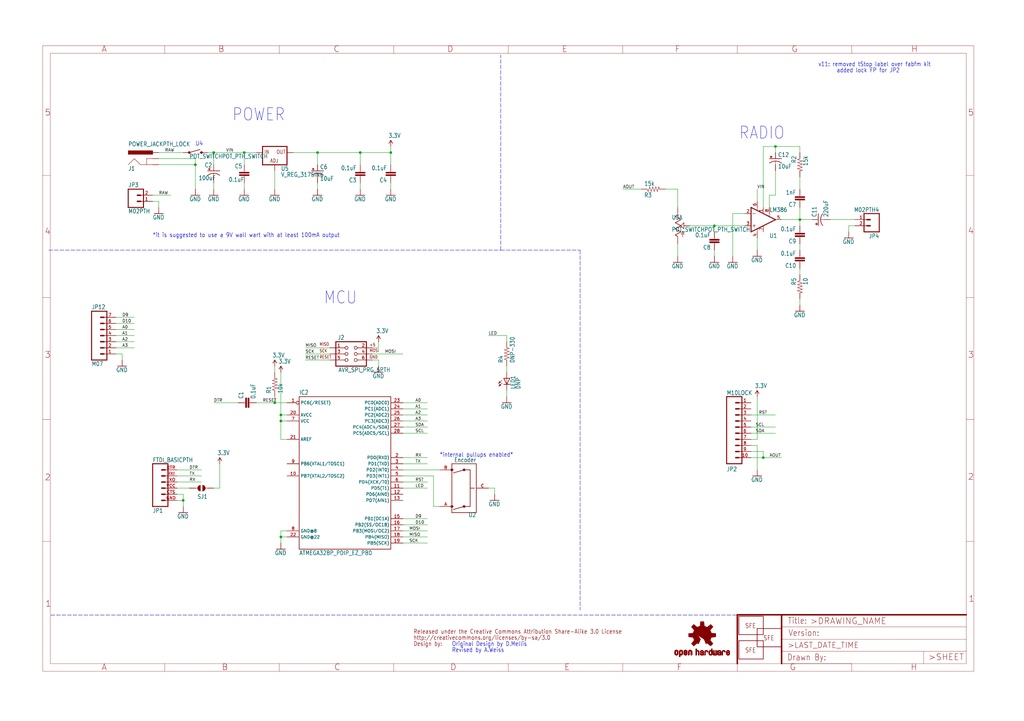
<source format=kicad_sch>
(kicad_sch (version 20211123) (generator eeschema)
  (paper "User" 425.958 300.025)
  (lib_symbols
    (symbol "eagleSchem-eagle-import:3.3V" (power)
      (property "Value" "3.3V" (at -1.016 3.556 0))
      (symbol "3.3V_1_0"
        (pin power_in line (at 0 0 90) (length 2.54) (name "3.3V") (number "1"))
      )
    )
    (symbol "eagleSchem-eagle-import:ATMEGA328P_PDIP_EZ_PB0"
      (property "Reference" "U" (at -17.78 31.242 0))
      (property "Value" "ATMEGA328P_PDIP_EZ_PB0" (at -17.78 -35.56 0))
      (symbol "ATMEGA328P_PDIP_EZ_PB0_1_0"
        (pin bidirectional inverted (at -22.86 27.94 0) (length 5.08) (name "PC6(/RESET)") (number "1"))
        (pin bidirectional line (at -22.86 -2.54 0) (length 5.08) (name "PB7(XTAL2/TOSC2)") (number "10"))
        (pin bidirectional line (at 25.4 -7.62 180) (length 5.08) (name "PD5(T1)") (number "11"))
        (pin bidirectional line (at 25.4 -10.16 180) (length 5.08) (name "PD6(AIN0)") (number "12"))
        (pin bidirectional line (at 25.4 -12.7 180) (length 5.08) (name "PD7(AIN1)") (number "13"))
        (pin bidirectional line (at 25.4 -20.32 180) (length 5.08) (name "PB1(OC1A)") (number "15"))
        (pin bidirectional line (at 25.4 -22.86 180) (length 5.08) (name "PB2(SS/OC1B)") (number "16"))
        (pin bidirectional line (at 25.4 -25.4 180) (length 5.08) (name "PB3(MOSI/OC2)") (number "17"))
        (pin bidirectional line (at 25.4 -27.94 180) (length 5.08) (name "PB4(MISO)") (number "18"))
        (pin bidirectional line (at 25.4 -30.48 180) (length 5.08) (name "PB5(SCK)") (number "19"))
        (pin bidirectional line (at 25.4 5.08 180) (length 5.08) (name "PD0(RXD)") (number "2"))
        (pin bidirectional line (at -22.86 22.86 0) (length 5.08) (name "AVCC") (number "20"))
        (pin bidirectional line (at -22.86 12.7 0) (length 5.08) (name "AREF") (number "21"))
        (pin bidirectional line (at -22.86 -27.94 0) (length 5.08) (name "GND@22") (number "22"))
        (pin bidirectional line (at 25.4 27.94 180) (length 5.08) (name "PC0(ADC0)") (number "23"))
        (pin bidirectional line (at 25.4 25.4 180) (length 5.08) (name "PC1(ADC1)") (number "24"))
        (pin bidirectional line (at 25.4 22.86 180) (length 5.08) (name "PC2(ADC2)") (number "25"))
        (pin bidirectional line (at 25.4 20.32 180) (length 5.08) (name "PC3(ADC3)") (number "26"))
        (pin bidirectional line (at 25.4 17.78 180) (length 5.08) (name "PC4(ADC4/SDA)") (number "27"))
        (pin bidirectional line (at 25.4 15.24 180) (length 5.08) (name "PC5(ADC5/SCL)") (number "28"))
        (pin bidirectional line (at 25.4 2.54 180) (length 5.08) (name "PD1(TXD)") (number "3"))
        (pin bidirectional line (at 25.4 0 180) (length 5.08) (name "PD2(INT0)") (number "4"))
        (pin bidirectional line (at 25.4 -2.54 180) (length 5.08) (name "PD3(INT1)") (number "5"))
        (pin bidirectional line (at 25.4 -5.08 180) (length 5.08) (name "PD4(XCK/T0)") (number "6"))
        (pin bidirectional line (at -22.86 20.32 0) (length 5.08) (name "VCC") (number "7"))
        (pin bidirectional line (at -22.86 -25.4 0) (length 5.08) (name "GND@8") (number "8"))
        (pin bidirectional line (at -22.86 2.54 0) (length 5.08) (name "PB6(XTAL1/TOSC1)") (number "9"))
      )
    )
    (symbol "eagleSchem-eagle-import:AVR_SPI_PRG_6PTH"
      (property "Reference" "J" (at -4.318 5.842 0))
      (property "Value" "AVR_SPI_PRG_6PTH" (at -4.064 -7.62 0))
      (symbol "AVR_SPI_PRG_6PTH_1_0"
        (text "+5" (at 8.89 3.048 0) (effects (font (size 1.27 1.0795)) (justify left bottom)))
        (text "GND" (at 8.89 -2.032 0) (effects (font (size 1.27 1.0795)) (justify left bottom)))
        (text "MISO" (at -11.938 3.302 0) (effects (font (size 1.27 1.0795)) (justify left bottom)))
        (text "MOSI" (at 8.89 0.635 0) (effects (font (size 1.27 1.0795)) (justify left bottom)))
        (text "RESET" (at -11.938 -2.032 0) (effects (font (size 1.27 1.0795)) (justify left bottom)))
        (text "SCK" (at -11.938 0.508 0) (effects (font (size 1.27 1.0795)) (justify left bottom)))
        (pin passive inverted (at -7.62 2.54 0) (length 7.62) (name "1") (number "1"))
        (pin passive inverted (at 10.16 2.54 180) (length 7.62) (name "2") (number "2"))
        (pin passive inverted (at -7.62 0 0) (length 7.62) (name "3") (number "3"))
        (pin passive inverted (at 10.16 0 180) (length 7.62) (name "4") (number "4"))
        (pin passive inverted (at -7.62 -2.54 0) (length 7.62) (name "5") (number "5"))
        (pin passive inverted (at 10.16 -2.54 180) (length 7.62) (name "6") (number "6"))
      )
    )
    (symbol "eagleSchem-eagle-import:CAPKIT"
      (property "Reference" "C" (at 1.524 2.921 0))
      (property "Value" "CAPKIT" (at 1.524 -2.159 0))
      (symbol "CAPKIT_1_0"
        (pin passive line (at 0 5.08 270) (length 2.54) (name "1") (number "1"))
        (pin passive line (at 0 -2.54 90) (length 2.54) (name "2") (number "2"))
      )
    )
    (symbol "eagleSchem-eagle-import:CAP_POLPTH1"
      (property "Reference" "C" (at 1.016 0.635 0))
      (property "Value" "CAP_POLPTH1" (at 1.016 -4.191 0))
      (symbol "CAP_POLPTH1_1_0"
        (pin passive line (at 0 2.54 270) (length 2.54) (name "+") (number "1"))
        (pin passive line (at 0 -5.08 90) (length 2.54) (name "-") (number "2"))
      )
    )
    (symbol "eagleSchem-eagle-import:CAP_POLPTH2"
      (property "Reference" "C" (at 1.016 0.635 0))
      (property "Value" "CAP_POLPTH2" (at 1.016 -4.191 0))
      (symbol "CAP_POLPTH2_1_0"
        (pin passive line (at 0 2.54 270) (length 2.54) (name "+") (number "1"))
        (pin passive line (at 0 -5.08 90) (length 2.54) (name "-") (number "2"))
      )
    )
    (symbol "eagleSchem-eagle-import:CREATIVE_COMMONS"
      (symbol "CREATIVE_COMMONS_1_0"
        (text "Design by:" (at 0 0 0) (effects (font (size 1.778 1.5113)) (justify left bottom)))
        (text "http://creativecommons.org/licenses/by-sa/3.0" (at 0 2.54 0) (effects (font (size 1.778 1.5113)) (justify left bottom)))
        (text "Released under the Creative Commons Attribution Share-Alike 3.0 License" (at 0 5.08 0) (effects (font (size 1.778 1.5113)) (justify left bottom)))
      )
    )
    (symbol "eagleSchem-eagle-import:ENCODER-QUADRATURE"
      (property "Reference" "U" (at -5.08 10.16 0))
      (property "Value" "ENCODER-QUADRATURE" (at -5.08 -12.7 0))
      (symbol "ENCODER-QUADRATURE_1_0"
        (pin bidirectional line (at 10.16 7.62 180) (length 5.08) (name "A") (number "A"))
        (pin bidirectional line (at 10.16 -7.62 180) (length 5.08) (name "B") (number "B"))
        (pin bidirectional line (at -10.16 0 0) (length 5.08) (name "C") (number "C"))
      )
    )
    (symbol "eagleSchem-eagle-import:FRAME-A3"
      (symbol "FRAME-A3_1_0"
        (text "1" (at 1.016 26.67 0) (effects (font (size 2.54 2.54)) (justify left bottom)))
        (text "1" (at 385.064 28.702 0) (effects (font (size 2.54 2.54)) (justify left bottom)))
        (text "2" (at 0.762 79.248 0) (effects (font (size 2.54 2.54)) (justify left bottom)))
        (text "2" (at 384.81 79.502 0) (effects (font (size 2.54 2.54)) (justify left bottom)))
        (text "3" (at 0.762 130.302 0) (effects (font (size 2.54 2.54)) (justify left bottom)))
        (text "3" (at 384.81 130.302 0) (effects (font (size 2.54 2.54)) (justify left bottom)))
        (text "4" (at 0.762 181.61 0) (effects (font (size 2.54 2.54)) (justify left bottom)))
        (text "4" (at 384.81 181.864 0) (effects (font (size 2.54 2.54)) (justify left bottom)))
        (text "5" (at 0.762 231.14 0) (effects (font (size 2.54 2.54)) (justify left bottom)))
        (text "5" (at 384.81 231.14 0) (effects (font (size 2.54 2.54)) (justify left bottom)))
        (text ">DRAWING_NAME" (at 319.151 19.431 0) (effects (font (size 2.54 2.54)) (justify left bottom)))
        (text ">LAST_DATE_TIME" (at 309.753 9.525 0) (effects (font (size 2.286 2.286)) (justify left bottom)))
        (text ">SHEET" (at 368.3 4.445 0) (effects (font (size 2.54 2.54)) (justify left bottom)))
        (text "A" (at 24.384 0.254 0) (effects (font (size 2.54 2.54)) (justify left bottom)))
        (text "A" (at 24.384 257.556 0) (effects (font (size 2.54 2.54)) (justify left bottom)))
        (text "B" (at 72.898 257.556 0) (effects (font (size 2.54 2.54)) (justify left bottom)))
        (text "B" (at 74.422 0.254 0) (effects (font (size 2.54 2.54)) (justify left bottom)))
        (text "C" (at 120.904 257.556 0) (effects (font (size 2.54 2.54)) (justify left bottom)))
        (text "C" (at 121.158 0.254 0) (effects (font (size 2.54 2.54)) (justify left bottom)))
        (text "D" (at 168.148 257.556 0) (effects (font (size 2.54 2.54)) (justify left bottom)))
        (text "D" (at 169.418 0.254 0) (effects (font (size 2.54 2.54)) (justify left bottom)))
        (text "Drawn By:" (at 309.626 4.318 0) (effects (font (size 2.54 2.159)) (justify left bottom)))
        (text "E" (at 215.9 257.556 0) (effects (font (size 2.54 2.54)) (justify left bottom)))
        (text "E" (at 216.916 0.254 0) (effects (font (size 2.54 2.54)) (justify left bottom)))
        (text "F" (at 262.89 257.556 0) (effects (font (size 2.54 2.54)) (justify left bottom)))
        (text "F" (at 263.652 0.254 0) (effects (font (size 2.54 2.54)) (justify left bottom)))
        (text "G" (at 310.642 0.254 0) (effects (font (size 2.54 2.54)) (justify left bottom)))
        (text "G" (at 311.404 257.556 0) (effects (font (size 2.54 2.54)) (justify left bottom)))
        (text "H" (at 360.934 0.254 0) (effects (font (size 2.54 2.54)) (justify left bottom)))
        (text "H" (at 361.188 257.556 0) (effects (font (size 2.54 2.54)) (justify left bottom)))
        (text "Title:" (at 309.88 19.558 0) (effects (font (size 2.54 2.159)) (justify left bottom)))
        (text "Version:" (at 310.134 14.478 0) (effects (font (size 2.54 2.159)) (justify left bottom)))
      )
    )
    (symbol "eagleSchem-eagle-import:FTDI_BASICPTH"
      (property "Reference" "JP" (at -5.08 10.922 0))
      (property "Value" "FTDI_BASICPTH" (at -5.08 -10.16 0))
      (symbol "FTDI_BASICPTH_1_0"
        (pin passive line (at 5.08 5.08 180) (length 5.08) (name "5") (number "CTS"))
        (pin passive line (at 5.08 -5.08 180) (length 5.08) (name "1") (number "DTR"))
        (pin passive line (at 5.08 7.62 180) (length 5.08) (name "6") (number "GND"))
        (pin passive line (at 5.08 -2.54 180) (length 5.08) (name "2") (number "RXI"))
        (pin passive line (at 5.08 0 180) (length 5.08) (name "3") (number "TXO"))
        (pin passive line (at 5.08 2.54 180) (length 5.08) (name "4") (number "VCC"))
      )
    )
    (symbol "eagleSchem-eagle-import:GND" (power)
      (property "Value" "GND" (at -2.54 -2.54 0))
      (symbol "GND_1_0"
        (pin power_in line (at 0 2.54 270) (length 2.54) (name "GND") (number "1"))
      )
    )
    (symbol "eagleSchem-eagle-import:LED3MM"
      (property "Reference" "LED" (at 3.556 -4.572 90))
      (property "Value" "LED3MM" (at 5.715 -4.572 90))
      (symbol "LED3MM_1_0"
        (pin passive line (at 0 2.54 270) (length 2.54) (name "A") (number "A"))
        (pin passive line (at 0 -5.08 90) (length 2.54) (name "C") (number "K"))
      )
    )
    (symbol "eagleSchem-eagle-import:LM386"
      (property "Reference" "U" (at 5.08 -5.715 0))
      (property "Value" "LM386" (at 5.08 5.08 0))
      (symbol "LM386_1_0"
        (pin bidirectional line (at 2.54 5.08 270) (length 2.54) (name "GAIN@1") (number "1"))
        (pin input line (at -5.08 2.54 0) (length 2.54) (name "-IN") (number "2"))
        (pin input line (at -5.08 -2.54 0) (length 2.54) (name "+IN") (number "3"))
        (pin power_in line (at 0 -7.62 90) (length 2.54) (name "V-") (number "4"))
        (pin output line (at 10.16 0 180) (length 2.54) (name "OUT") (number "5"))
        (pin power_in line (at 0 7.62 270) (length 2.54) (name "V+") (number "6"))
        (pin bidirectional line (at 2.54 -5.08 90) (length 2.54) (name "BP") (number "7"))
        (pin bidirectional line (at 5.08 5.08 270) (length 2.54) (name "GAIN@8") (number "8"))
      )
    )
    (symbol "eagleSchem-eagle-import:LOGO-SFENEW"
      (symbol "LOGO-SFENEW_1_0"
        (text "SFE" (at 0 0 0) (effects (font (size 1.9304 1.6408)) (justify left bottom)))
      )
    )
    (symbol "eagleSchem-eagle-import:LOGO-SFESK"
      (symbol "LOGO-SFESK_1_0"
        (text "SFE" (at 0 0 0) (effects (font (size 1.9304 1.6408)) (justify left bottom)))
      )
    )
    (symbol "eagleSchem-eagle-import:M02PTH"
      (property "Reference" "JP" (at -2.54 5.842 0))
      (property "Value" "M02PTH" (at -2.54 -5.08 0))
      (symbol "M02PTH_1_0"
        (pin passive line (at 7.62 0 180) (length 5.08) (name "1") (number "1"))
        (pin passive line (at 7.62 2.54 180) (length 5.08) (name "2") (number "2"))
      )
    )
    (symbol "eagleSchem-eagle-import:M02PTH4"
      (property "Reference" "JP" (at -2.54 5.842 0))
      (property "Value" "M02PTH4" (at -2.54 -5.08 0))
      (symbol "M02PTH4_1_0"
        (pin passive line (at 7.62 0 180) (length 5.08) (name "1") (number "1"))
        (pin passive line (at 7.62 2.54 180) (length 5.08) (name "2") (number "2"))
      )
    )
    (symbol "eagleSchem-eagle-import:M07"
      (property "Reference" "JP" (at -5.08 13.462 0))
      (property "Value" "M07" (at -5.08 -10.16 0))
      (symbol "M07_1_0"
        (pin passive line (at 5.08 -5.08 180) (length 5.08) (name "1") (number "1"))
        (pin passive line (at 5.08 -2.54 180) (length 5.08) (name "2") (number "2"))
        (pin passive line (at 5.08 0 180) (length 5.08) (name "3") (number "3"))
        (pin passive line (at 5.08 2.54 180) (length 5.08) (name "4") (number "4"))
        (pin passive line (at 5.08 5.08 180) (length 5.08) (name "5") (number "5"))
        (pin passive line (at 5.08 7.62 180) (length 5.08) (name "6") (number "6"))
        (pin passive line (at 5.08 10.16 180) (length 5.08) (name "7") (number "7"))
      )
    )
    (symbol "eagleSchem-eagle-import:M10LOCK"
      (property "Reference" "JP" (at 0 8.89 0))
      (property "Value" "M10LOCK" (at 0 -22.86 0))
      (symbol "M10LOCK_1_0"
        (pin passive line (at 10.16 -17.78 180) (length 5.08) (name "1") (number "1"))
        (pin passive line (at 10.16 5.08 180) (length 5.08) (name "10") (number "10"))
        (pin passive line (at 10.16 -15.24 180) (length 5.08) (name "2") (number "2"))
        (pin passive line (at 10.16 -12.7 180) (length 5.08) (name "3") (number "3"))
        (pin passive line (at 10.16 -10.16 180) (length 5.08) (name "4") (number "4"))
        (pin passive line (at 10.16 -7.62 180) (length 5.08) (name "5") (number "5"))
        (pin passive line (at 10.16 -5.08 180) (length 5.08) (name "6") (number "6"))
        (pin passive line (at 10.16 -2.54 180) (length 5.08) (name "7") (number "7"))
        (pin passive line (at 10.16 0 180) (length 5.08) (name "8") (number "8"))
        (pin passive line (at 10.16 2.54 180) (length 5.08) (name "9") (number "9"))
      )
    )
    (symbol "eagleSchem-eagle-import:OSHW-LOGOS")
    (symbol "eagleSchem-eagle-import:POT_SWITCHPOT_PTH_SWITCH"
      (property "Reference" "U" (at -2.54 2.54 0))
      (property "Value" "POT_SWITCHPOT_PTH_SWITCH" (at -2.54 -2.54 0))
      (symbol "POT_SWITCHPOT_PTH_SWITCH_1_0"
        (pin passive line (at 0 -7.62 90) (length 2.54) (name "A") (number "1"))
        (pin passive line (at 5.08 0 180) (length 2.54) (name "S") (number "2"))
        (pin passive line (at 0 7.62 270) (length 2.54) (name "E") (number "3"))
      )
      (symbol "POT_SWITCHPOT_PTH_SWITCH_2_0"
        (pin passive line (at -5.08 0 0) (length 2.54) (name "1") (number "S1"))
        (pin passive line (at 5.08 0 180) (length 2.54) (name "2") (number "S2"))
      )
    )
    (symbol "eagleSchem-eagle-import:POWER_JACKPTH_LOCK"
      (property "Reference" "J" (at -10.16 0 0))
      (property "Value" "POWER_JACKPTH_LOCK" (at -10.16 10.16 0))
      (symbol "POWER_JACKPTH_LOCK_1_0"
        (pin bidirectional line (at 2.54 2.54 180) (length 2.54) (name "GND") (number "GND"))
        (pin bidirectional line (at 2.54 5.08 180) (length 2.54) (name "GNDBREAK") (number "GNDBREAK"))
        (pin bidirectional line (at 2.54 7.62 180) (length 2.54) (name "PWR") (number "PWR"))
      )
    )
    (symbol "eagleSchem-eagle-import:RESISTORPTH-1{slash}4W"
      (property "Reference" "R" (at -3.81 1.4986 0))
      (property "Value" "RESISTORPTH-1{slash}4W" (at -3.81 -3.302 0))
      (symbol "RESISTORPTH-1{slash}4W_1_0"
        (pin passive line (at -5.08 0 0) (length 2.54) (name "1") (number "P$1"))
        (pin passive line (at 5.08 0 180) (length 2.54) (name "2") (number "P$2"))
      )
    )
    (symbol "eagleSchem-eagle-import:SOLDERJUMPERNO"
      (property "Reference" "SJ" (at -2.54 2.54 0))
      (property "Value" "SOLDERJUMPERNO" (at -2.54 -5.08 0))
      (symbol "SOLDERJUMPERNO_1_0"
        (pin passive line (at -5.08 0 0) (length 2.54) (name "1") (number "1"))
        (pin passive line (at 5.08 0 180) (length 2.54) (name "2") (number "2"))
      )
    )
    (symbol "eagleSchem-eagle-import:V_REG_317SINK"
      (property "Reference" "U" (at 2.54 -7.62 0))
      (property "Value" "V_REG_317SINK" (at 2.54 -10.16 0))
      (symbol "V_REG_317SINK_1_0"
        (text "ADJ" (at -2.032 -4.318 0) (effects (font (size 1.524 1.2954)) (justify left bottom)))
        (text "IN" (at -4.445 -0.635 0) (effects (font (size 1.524 1.2954)) (justify left bottom)))
        (text "OUT" (at 0.635 -0.635 0) (effects (font (size 1.524 1.2954)) (justify left bottom)))
        (pin input line (at 0 -7.62 90) (length 2.54) (name "ADJ") (number "ADJ"))
        (pin input line (at -7.62 0 0) (length 2.54) (name "IN") (number "IN"))
        (pin output line (at 7.62 0 180) (length 2.54) (name "OUT") (number "OUT"))
      )
    )
  )
  (junction (at 88.9 63.5))
  (junction (at 297.18 93.98))
  (junction (at 76.2 208.28))
  (junction (at 116.84 223.52))
  (junction (at 162.56 63.5))
  (junction (at 132.08 63.5))
  (junction (at 114.3 167.64))
  (junction (at 332.74 91.44))
  (junction (at 317.5 190.5))
  (junction (at 81.28 68.58))
  (junction (at 149.86 63.5))
  (junction (at 116.84 175.26))
  (junction (at 101.6 63.5))
  (junction (at 322.58 60.96))
  (junction (at 116.84 172.72))
  (wire (pts (xy 167.64 177.8) (xy 177.8 177.8)))
  (polyline (pts (xy 208.28 104.14) (xy 208.28 22.86)))
  (wire (pts (xy 88.9 203.2) (xy 91.44 203.2)))
  (wire (pts (xy 297.18 106.68) (xy 297.18 104.14)))
  (wire (pts (xy 88.9 63.5) (xy 101.6 63.5)))
  (wire (pts (xy 167.64 195.58) (xy 182.88 195.58)))
  (wire (pts (xy 73.66 203.2) (xy 78.74 203.2)))
  (wire (pts (xy 119.38 223.52) (xy 116.84 223.52)))
  (wire (pts (xy 48.26 132.08) (xy 55.88 132.08)))
  (wire (pts (xy 167.64 215.9) (xy 177.8 215.9)))
  (wire (pts (xy 66.04 63.5) (xy 76.2 63.5)))
  (wire (pts (xy 162.56 63.5) (xy 162.56 68.58)))
  (wire (pts (xy 312.42 190.5) (xy 317.5 190.5)))
  (wire (pts (xy 99.06 167.64) (xy 88.9 167.64)))
  (wire (pts (xy 325.12 91.44) (xy 332.74 91.44)))
  (wire (pts (xy 149.86 63.5) (xy 162.56 63.5)))
  (wire (pts (xy 48.26 142.24) (xy 55.88 142.24)))
  (wire (pts (xy 322.58 60.96) (xy 332.74 60.96)))
  (wire (pts (xy 353.06 93.98) (xy 353.06 96.52)))
  (wire (pts (xy 314.96 185.42) (xy 314.96 195.58)))
  (wire (pts (xy 73.66 198.12) (xy 83.82 198.12)))
  (wire (pts (xy 322.58 81.28) (xy 320.04 81.28)))
  (wire (pts (xy 312.42 187.96) (xy 317.5 187.96)))
  (wire (pts (xy 167.64 226.06) (xy 177.8 226.06)))
  (wire (pts (xy 167.64 200.66) (xy 177.8 200.66)))
  (wire (pts (xy 167.64 172.72) (xy 177.8 172.72)))
  (wire (pts (xy 81.28 68.58) (xy 81.28 78.74)))
  (wire (pts (xy 101.6 78.74) (xy 101.6 76.2)))
  (wire (pts (xy 116.84 182.88) (xy 116.84 175.26)))
  (wire (pts (xy 210.82 139.7) (xy 203.2 139.7)))
  (wire (pts (xy 106.68 167.64) (xy 114.3 167.64)))
  (wire (pts (xy 132.08 68.58) (xy 132.08 63.5)))
  (polyline (pts (xy 20.32 104.14) (xy 208.28 104.14)))
  (wire (pts (xy 88.9 63.5) (xy 86.36 63.5)))
  (wire (pts (xy 180.34 210.82) (xy 180.34 198.12)))
  (wire (pts (xy 154.94 147.32) (xy 167.64 147.32)))
  (wire (pts (xy 48.26 139.7) (xy 55.88 139.7)))
  (wire (pts (xy 149.86 76.2) (xy 149.86 78.74)))
  (polyline (pts (xy 306.324 256.032) (xy 21.336 256.032)))
  (wire (pts (xy 114.3 154.94) (xy 114.3 152.4)))
  (wire (pts (xy 167.64 223.52) (xy 177.8 223.52)))
  (polyline (pts (xy 208.28 104.14) (xy 241.3 104.14)))
  (wire (pts (xy 73.66 205.74) (xy 76.2 205.74)))
  (wire (pts (xy 312.42 182.88) (xy 314.96 182.88)))
  (wire (pts (xy 137.16 149.86) (xy 127 149.86)))
  (wire (pts (xy 320.04 86.36) (xy 320.04 81.28)))
  (wire (pts (xy 81.28 66.04) (xy 81.28 68.58)))
  (wire (pts (xy 317.5 60.96) (xy 322.58 60.96)))
  (wire (pts (xy 66.04 68.58) (xy 81.28 68.58)))
  (wire (pts (xy 312.42 185.42) (xy 314.96 185.42)))
  (wire (pts (xy 137.16 147.32) (xy 127 147.32)))
  (polyline (pts (xy 241.3 104.14) (xy 241.3 254)))
  (wire (pts (xy 121.92 63.5) (xy 132.08 63.5)))
  (wire (pts (xy 157.48 144.78) (xy 157.48 142.24)))
  (wire (pts (xy 116.84 223.52) (xy 116.84 226.06)))
  (wire (pts (xy 309.88 93.98) (xy 297.18 93.98)))
  (wire (pts (xy 154.94 149.86) (xy 157.48 149.86)))
  (wire (pts (xy 205.74 203.2) (xy 205.74 205.74)))
  (wire (pts (xy 167.64 220.98) (xy 177.8 220.98)))
  (wire (pts (xy 66.04 66.04) (xy 81.28 66.04)))
  (wire (pts (xy 332.74 91.44) (xy 332.74 86.36)))
  (wire (pts (xy 114.3 78.74) (xy 114.3 71.12)))
  (wire (pts (xy 167.64 167.64) (xy 177.8 167.64)))
  (wire (pts (xy 180.34 210.82) (xy 182.88 210.82)))
  (wire (pts (xy 137.16 144.78) (xy 127 144.78)))
  (polyline (pts (xy 21.336 256.032) (xy 21.336 256.286)))
  (wire (pts (xy 88.9 63.5) (xy 88.9 68.58)))
  (wire (pts (xy 317.5 60.96) (xy 317.5 86.36)))
  (wire (pts (xy 332.74 73.66) (xy 332.74 78.74)))
  (wire (pts (xy 167.64 170.18) (xy 177.8 170.18)))
  (wire (pts (xy 114.3 167.64) (xy 119.38 167.64)))
  (wire (pts (xy 50.8 147.32) (xy 50.8 149.86)))
  (wire (pts (xy 317.5 187.96) (xy 317.5 190.5)))
  (wire (pts (xy 116.84 220.98) (xy 116.84 223.52)))
  (wire (pts (xy 167.64 218.44) (xy 177.8 218.44)))
  (wire (pts (xy 332.74 111.76) (xy 332.74 114.3)))
  (wire (pts (xy 66.04 83.82) (xy 66.04 86.36)))
  (wire (pts (xy 297.18 93.98) (xy 287.02 93.98)))
  (wire (pts (xy 132.08 63.5) (xy 149.86 63.5)))
  (wire (pts (xy 210.82 154.94) (xy 210.82 152.4)))
  (wire (pts (xy 114.3 165.1) (xy 114.3 167.64)))
  (wire (pts (xy 63.5 83.82) (xy 66.04 83.82)))
  (wire (pts (xy 116.84 175.26) (xy 116.84 172.72)))
  (wire (pts (xy 119.38 172.72) (xy 116.84 172.72)))
  (wire (pts (xy 88.9 78.74) (xy 88.9 76.2)))
  (wire (pts (xy 73.66 195.58) (xy 83.82 195.58)))
  (wire (pts (xy 210.82 142.24) (xy 210.82 139.7)))
  (wire (pts (xy 317.5 190.5) (xy 325.12 190.5)))
  (wire (pts (xy 210.82 165.1) (xy 210.82 162.56)))
  (wire (pts (xy 119.38 182.88) (xy 116.84 182.88)))
  (wire (pts (xy 91.44 193.04) (xy 91.44 203.2)))
  (wire (pts (xy 167.64 180.34) (xy 177.8 180.34)))
  (wire (pts (xy 314.96 83.82) (xy 314.96 78.74)))
  (wire (pts (xy 332.74 127) (xy 332.74 124.46)))
  (wire (pts (xy 276.86 78.74) (xy 281.94 78.74)))
  (wire (pts (xy 157.48 149.86) (xy 157.48 152.4)))
  (wire (pts (xy 332.74 101.6) (xy 332.74 104.14)))
  (wire (pts (xy 162.56 63.5) (xy 162.56 60.96)))
  (wire (pts (xy 167.64 175.26) (xy 177.8 175.26)))
  (wire (pts (xy 119.38 175.26) (xy 116.84 175.26)))
  (wire (pts (xy 203.2 203.2) (xy 205.74 203.2)))
  (wire (pts (xy 322.58 71.12) (xy 322.58 81.28)))
  (wire (pts (xy 76.2 205.74) (xy 76.2 208.28)))
  (wire (pts (xy 73.66 208.28) (xy 76.2 208.28)))
  (wire (pts (xy 322.58 177.8) (xy 312.42 177.8)))
  (wire (pts (xy 162.56 76.2) (xy 162.56 78.74)))
  (wire (pts (xy 101.6 63.5) (xy 106.68 63.5)))
  (wire (pts (xy 48.26 144.78) (xy 55.88 144.78)))
  (wire (pts (xy 167.64 193.04) (xy 177.8 193.04)))
  (wire (pts (xy 154.94 144.78) (xy 157.48 144.78)))
  (wire (pts (xy 309.88 88.9) (xy 304.8 88.9)))
  (wire (pts (xy 48.26 134.62) (xy 55.88 134.62)))
  (wire (pts (xy 48.26 147.32) (xy 50.8 147.32)))
  (wire (pts (xy 167.64 198.12) (xy 180.34 198.12)))
  (wire (pts (xy 63.5 81.28) (xy 71.12 81.28)))
  (wire (pts (xy 297.18 96.52) (xy 297.18 93.98)))
  (wire (pts (xy 48.26 137.16) (xy 55.88 137.16)))
  (wire (pts (xy 266.7 78.74) (xy 259.08 78.74)))
  (wire (pts (xy 332.74 60.96) (xy 332.74 63.5)))
  (wire (pts (xy 73.66 200.66) (xy 83.82 200.66)))
  (wire (pts (xy 312.42 172.72) (xy 322.58 172.72)))
  (wire (pts (xy 119.38 220.98) (xy 116.84 220.98)))
  (wire (pts (xy 132.08 76.2) (xy 132.08 78.74)))
  (wire (pts (xy 167.64 190.5) (xy 177.8 190.5)))
  (wire (pts (xy 167.64 203.2) (xy 177.8 203.2)))
  (wire (pts (xy 116.84 172.72) (xy 116.84 154.94)))
  (wire (pts (xy 76.2 208.28) (xy 76.2 210.82)))
  (wire (pts (xy 322.58 180.34) (xy 312.42 180.34)))
  (wire (pts (xy 304.8 88.9) (xy 304.8 106.68)))
  (wire (pts (xy 314.96 182.88) (xy 314.96 165.1)))
  (wire (pts (xy 101.6 63.5) (xy 101.6 68.58)))
  (wire (pts (xy 345.44 91.44) (xy 355.6 91.44)))
  (wire (pts (xy 281.94 78.74) (xy 281.94 86.36)))
  (wire (pts (xy 332.74 91.44) (xy 337.82 91.44)))
  (wire (pts (xy 322.58 60.96) (xy 322.58 63.5)))
  (wire (pts (xy 332.74 91.44) (xy 332.74 93.98)))
  (wire (pts (xy 355.6 93.98) (xy 353.06 93.98)))
  (wire (pts (xy 149.86 68.58) (xy 149.86 63.5)))
  (wire (pts (xy 281.94 106.68) (xy 281.94 101.6)))
  (wire (pts (xy 314.96 104.14) (xy 314.96 99.06)))
  (text "POWER" (at 96.52 50.8 180) (effects (font (size 5.08 4.318)) (justify left bottom)))
  (text "MCU" (at 134.62 127 180) (effects (font (size 5.08 4.318)) (justify left bottom)))
  (text "added lock FP for JP2" (at 347.98 30.48 180) (effects (font (size 1.778 1.5113)) (justify left bottom)))
  (text "U4" (at 81.28 60.96 180) (effects (font (size 1.778 1.5113)) (justify left bottom)))
  (text "*internal pullups enabled*" (at 182.88 190.5 180) (effects (font (size 1.778 1.5113)) (justify left bottom)))
  (text "RADIO" (at 307.34 58.42 180) (effects (font (size 5.08 4.318)) (justify left bottom)))
  (text "v11: removed tStop label over fabfm kit" (at 340.36 27.94 180) (effects (font (size 1.778 1.5113)) (justify left bottom)))
  (text "*it is suggested to use a 9V wall wart with at least 100mA output" (at 63.5 99.06 0) (effects (font (size 1.778 1.5113)) (justify left bottom)))
  (text "Revised by A.Weiss" (at 187.96 271.78 180) (effects (font (size 1.778 1.5113)) (justify left bottom)))
  (text "Original Design by D.Mellis" (at 187.96 269.24 180) (effects (font (size 1.778 1.5113)) (justify left bottom)))
  (label "A1" (at 50.8 139.7 0) (effects (font (size 1.2446 1.2446))))
  (label "LED" (at 172.72 203.2 0) (effects (font (size 1.2446 1.2446))))
  (label "SCK" (at 127 147.32 0) (effects (font (size 1.2446 1.2446))))
  (label "AOUT" (at 320.04 190.5 0) (effects (font (size 1.2446 1.2446))))
  (label "SCK" (at 170.18 226.06 0) (effects (font (size 1.2446 1.2446))))
  (label "RAW" (at 66.04 81.28 0) (effects (font (size 1.2446 1.2446))))
  (label "SDA" (at 172.72 177.8 0) (effects (font (size 1.2446 1.2446))))
  (label "D10" (at 50.8 134.62 0) (effects (font (size 1.2446 1.2446))))
  (label "RESET" (at 127 149.86 0) (effects (font (size 1.2446 1.2446))))
  (label "D9" (at 172.72 215.9 0) (effects (font (size 1.2446 1.2446))))
  (label "D9" (at 50.8 132.08 0) (effects (font (size 1.2446 1.2446))))
  (label "MOSI" (at 170.18 220.98 0) (effects (font (size 1.2446 1.2446))))
  (label "A1" (at 172.72 170.18 0) (effects (font (size 1.2446 1.2446))))
  (label "SCL" (at 172.72 180.34 0) (effects (font (size 1.2446 1.2446))))
  (label "A0" (at 172.72 167.64 0) (effects (font (size 1.2446 1.2446))))
  (label "A3" (at 50.8 144.78 0) (effects (font (size 1.2446 1.2446))))
  (label "A0" (at 50.8 137.16 0) (effects (font (size 1.2446 1.2446))))
  (label "TX" (at 172.72 193.04 0) (effects (font (size 1.2446 1.2446))))
  (label "MOSI" (at 160.02 147.32 0) (effects (font (size 1.2446 1.2446))))
  (label "DTR" (at 88.9 167.64 0) (effects (font (size 1.2446 1.2446))))
  (label "RESET" (at 109.22 167.64 0) (effects (font (size 1.2446 1.2446))))
  (label "RX" (at 172.72 190.5 0) (effects (font (size 1.2446 1.2446))))
  (label "RST" (at 315.595 172.72 0) (effects (font (size 1.2446 1.2446))))
  (label "TX" (at 78.74 198.12 0) (effects (font (size 1.2446 1.2446))))
  (label "SDA" (at 314.325 180.34 0) (effects (font (size 1.2446 1.2446))))
  (label "A2" (at 172.72 172.72 0) (effects (font (size 1.2446 1.2446))))
  (label "AOUT" (at 259.08 78.74 0) (effects (font (size 1.2446 1.2446))))
  (label "RX" (at 78.74 200.66 0) (effects (font (size 1.2446 1.2446))))
  (label "SCL" (at 314.325 177.8 0) (effects (font (size 1.2446 1.2446))))
  (label "DTR" (at 78.74 195.58 0) (effects (font (size 1.2446 1.2446))))
  (label "MISO" (at 170.18 223.52 0) (effects (font (size 1.2446 1.2446))))
  (label "VIN" (at 314.96 78.74 0) (effects (font (size 1.2446 1.2446))))
  (label "MISO" (at 127 144.78 0) (effects (font (size 1.2446 1.2446))))
  (label "RST" (at 172.72 200.66 0) (effects (font (size 1.2446 1.2446))))
  (label "RAW" (at 68.58 63.5 0) (effects (font (size 1.2446 1.2446))))
  (label "LED" (at 203.2 139.7 0) (effects (font (size 1.2446 1.2446))))
  (label "D10" (at 172.72 218.44 0) (effects (font (size 1.2446 1.2446))))
  (label "VIN" (at 93.98 63.5 0) (effects (font (size 1.2446 1.2446))))
  (label "A2" (at 50.8 142.24 0) (effects (font (size 1.2446 1.2446))))
  (label "A3" (at 172.72 175.26 0) (effects (font (size 1.2446 1.2446))))
  (symbol (lib_id "eagleSchem-eagle-import:CAPKIT") (at 149.86 71.12 180) (unit 1)
    (property "Reference" "C3" (at 148.336 74.041 0) (effects (font (size 1.778 1.5113)) (justify left bottom)))
    (property "Value" "0.1uF" (at 148.336 68.961 0) (effects (font (size 1.778 1.5113)) (justify left bottom)))
    (property "Footprint" "eagleSchem:CAP-PTH-SMALL-KIT" (effects hide))
  )
  (symbol (lib_id "eagleSchem-eagle-import:GND") (at 297.18 109.22 0) (unit 1)
    (property "Reference" "#GND18" (effects hide))
    (property "Value" "GND" (at 294.64 111.76 0) (effects (font (size 1.778 1.5113)) (justify left bottom)))
    (property "Footprint" "eagleSchem:" (effects hide))
  )
  (symbol (lib_id "eagleSchem-eagle-import:M02PTH") (at 55.88 83.82 0) (unit 1)
    (property "Reference" "JP3" (at 53.34 77.978 0) (effects (font (size 1.778 1.5113)) (justify left bottom)))
    (property "Value" "M02PTH" (at 53.34 88.9 0) (effects (font (size 1.778 1.5113)) (justify left bottom)))
    (property "Footprint" "eagleSchem:1X02" (effects hide))
  )
  (symbol (lib_id "eagleSchem-eagle-import:LM386") (at 314.96 91.44 0) (unit 1)
    (property "Reference" "U1" (at 320.04 97.155 0) (effects (font (size 1.778 1.5113)) (justify left top)))
    (property "Value" "LM386" (at 320.04 86.36 0) (effects (font (size 1.778 1.5113)) (justify left top)))
    (property "Footprint" "eagleSchem:DIP08" (effects hide))
  )
  (symbol (lib_id "eagleSchem-eagle-import:CREATIVE_COMMONS") (at 171.958 268.986 0) (unit 1)
    (property "Reference" "U$2" (effects hide))
    (property "Value" "CREATIVE_COMMONS" (effects hide))
    (property "Footprint" "eagleSchem:CREATIVE_COMMONS" (effects hide))
  )
  (symbol (lib_id "eagleSchem-eagle-import:POT_SWITCHPOT_PTH_SWITCH") (at 281.94 93.98 0) (unit 1)
    (property "Reference" "U3" (at 279.4 91.44 0) (effects (font (size 1.778 1.5113)) (justify left bottom)))
    (property "Value" "POT_SWITCHPOT_PTH_SWITCH" (at 279.4 96.52 0) (effects (font (size 1.778 1.5113)) (justify left bottom)))
    (property "Footprint" "eagleSchem:POT_PTH_SWITCH" (effects hide))
  )
  (symbol (lib_id "eagleSchem-eagle-import:CAPKIT") (at 297.18 99.06 180) (unit 1)
    (property "Reference" "C8" (at 295.656 101.981 0) (effects (font (size 1.778 1.5113)) (justify left bottom)))
    (property "Value" "0.1uF" (at 295.656 96.901 0) (effects (font (size 1.778 1.5113)) (justify left bottom)))
    (property "Footprint" "eagleSchem:CAP-PTH-SMALL-KIT" (effects hide))
  )
  (symbol (lib_id "eagleSchem-eagle-import:M02PTH4") (at 363.22 91.44 180) (unit 1)
    (property "Reference" "JP4" (at 365.76 97.282 0) (effects (font (size 1.778 1.5113)) (justify left bottom)))
    (property "Value" "M02PTH4" (at 365.76 86.36 0) (effects (font (size 1.778 1.5113)) (justify left bottom)))
    (property "Footprint" "eagleSchem:1X02_XTRA_BIG" (effects hide))
  )
  (symbol (lib_id "eagleSchem-eagle-import:LOGO-SFENEW") (at 309.88 261.62 0) (unit 1)
    (property "Reference" "JP9" (effects hide))
    (property "Value" "LOGO-SFENEW" (effects hide))
    (property "Footprint" "eagleSchem:SFE-NEW-WEBLOGO" (effects hide))
  )
  (symbol (lib_id "eagleSchem-eagle-import:GND") (at 314.96 106.68 0) (unit 1)
    (property "Reference" "#GND4" (effects hide))
    (property "Value" "GND" (at 312.42 109.22 0) (effects (font (size 1.778 1.5113)) (justify left bottom)))
    (property "Footprint" "eagleSchem:" (effects hide))
  )
  (symbol (lib_id "eagleSchem-eagle-import:POT_SWITCHPOT_PTH_SWITCH") (at 81.28 63.5 0) (unit 2)
    (property "Reference" "U3" (effects hide))
    (property "Value" "POT_SWITCHPOT_PTH_SWITCH" (at 78.74 66.04 0) (effects (font (size 1.778 1.5113)) (justify left bottom)))
    (property "Footprint" "eagleSchem:POT_PTH_SWITCH" (effects hide))
  )
  (symbol (lib_id "eagleSchem-eagle-import:CAPKIT") (at 104.14 167.64 90) (unit 1)
    (property "Reference" "C1" (at 101.219 166.116 0) (effects (font (size 1.778 1.5113)) (justify left bottom)))
    (property "Value" "0.1uF" (at 106.299 166.116 0) (effects (font (size 1.778 1.5113)) (justify left bottom)))
    (property "Footprint" "eagleSchem:CAP-PTH-SMALL-KIT" (effects hide))
  )
  (symbol (lib_id "eagleSchem-eagle-import:GND") (at 114.3 81.28 0) (unit 1)
    (property "Reference" "#GND3" (effects hide))
    (property "Value" "GND" (at 111.76 83.82 0) (effects (font (size 1.778 1.5113)) (justify left bottom)))
    (property "Footprint" "eagleSchem:" (effects hide))
  )
  (symbol (lib_id "eagleSchem-eagle-import:ATMEGA328P_PDIP_EZ_PB0") (at 142.24 195.58 0) (unit 1)
    (property "Reference" "IC2" (at 124.46 164.338 0) (effects (font (size 1.778 1.5113)) (justify left bottom)))
    (property "Value" "ATMEGA328P_PDIP_EZ_PB0" (at 124.46 231.14 0) (effects (font (size 1.778 1.5113)) (justify left bottom)))
    (property "Footprint" "eagleSchem:DIL28-EZ-PB0" (effects hide))
  )
  (symbol (lib_id "eagleSchem-eagle-import:SOLDERJUMPERNO") (at 83.82 203.2 180) (unit 1)
    (property "Reference" "SJ1" (at 86.36 205.74 0) (effects (font (size 1.778 1.5113)) (justify left bottom)))
    (property "Value" "SOLDERJUMPERNO" (effects hide))
    (property "Footprint" "eagleSchem:SJ_2S-NO" (effects hide))
  )
  (symbol (lib_id "eagleSchem-eagle-import:GND") (at 149.86 81.28 0) (unit 1)
    (property "Reference" "#GND9" (effects hide))
    (property "Value" "GND" (at 147.32 83.82 0) (effects (font (size 1.778 1.5113)) (justify left bottom)))
    (property "Footprint" "eagleSchem:" (effects hide))
  )
  (symbol (lib_id "eagleSchem-eagle-import:AVR_SPI_PRG_6PTH") (at 144.78 147.32 0) (unit 1)
    (property "Reference" "J2" (at 140.462 141.478 0) (effects (font (size 1.778 1.5113)) (justify left bottom)))
    (property "Value" "AVR_SPI_PRG_6PTH" (at 140.716 154.94 0) (effects (font (size 1.778 1.5113)) (justify left bottom)))
    (property "Footprint" "eagleSchem:2X3" (effects hide))
  )
  (symbol (lib_id "eagleSchem-eagle-import:LOGO-SFENEW") (at 317.5 266.7 0) (unit 1)
    (property "Reference" "JP11" (effects hide))
    (property "Value" "LOGO-SFENEW" (effects hide))
    (property "Footprint" "eagleSchem:SFE-NEW-WEBLOGO" (effects hide))
  )
  (symbol (lib_id "eagleSchem-eagle-import:M07") (at 43.18 142.24 0) (unit 1)
    (property "Reference" "JP12" (at 38.1 128.778 0) (effects (font (size 1.778 1.5113)) (justify left bottom)))
    (property "Value" "M07" (at 38.1 152.4 0) (effects (font (size 1.778 1.5113)) (justify left bottom)))
    (property "Footprint" "eagleSchem:1X07" (effects hide))
  )
  (symbol (lib_id "eagleSchem-eagle-import:RESISTORPTH-1{slash}4W") (at 332.74 68.58 90) (mirror x) (unit 1)
    (property "Reference" "R2" (at 331.2414 64.77 0) (effects (font (size 1.778 1.5113)) (justify left bottom)))
    (property "Value" "15k" (at 336.042 64.77 0) (effects (font (size 1.778 1.5113)) (justify left bottom)))
    (property "Footprint" "eagleSchem:AXIAL-0.4" (effects hide))
  )
  (symbol (lib_id "eagleSchem-eagle-import:V_REG_317SINK") (at 114.3 63.5 0) (unit 1)
    (property "Reference" "U5" (at 116.84 71.12 0) (effects (font (size 1.778 1.5113)) (justify left bottom)))
    (property "Value" "V_REG_317SINK" (at 116.84 73.66 0) (effects (font (size 1.778 1.5113)) (justify left bottom)))
    (property "Footprint" "eagleSchem:TO220-ADJ" (effects hide))
  )
  (symbol (lib_id "eagleSchem-eagle-import:GND") (at 81.28 81.28 0) (unit 1)
    (property "Reference" "#GND8" (effects hide))
    (property "Value" "GND" (at 78.74 83.82 0) (effects (font (size 1.778 1.5113)) (justify left bottom)))
    (property "Footprint" "eagleSchem:" (effects hide))
  )
  (symbol (lib_id "eagleSchem-eagle-import:CAPKIT") (at 332.74 81.28 180) (unit 1)
    (property "Reference" "C7" (at 331.216 84.201 0) (effects (font (size 1.778 1.5113)) (justify left bottom)))
    (property "Value" "1nF" (at 331.216 79.121 0) (effects (font (size 1.778 1.5113)) (justify left bottom)))
    (property "Footprint" "eagleSchem:CAP-PTH-SMALL-KIT" (effects hide))
  )
  (symbol (lib_id "eagleSchem-eagle-import:GND") (at 132.08 81.28 0) (unit 1)
    (property "Reference" "#GND11" (effects hide))
    (property "Value" "GND" (at 129.54 83.82 0) (effects (font (size 1.778 1.5113)) (justify left bottom)))
    (property "Footprint" "eagleSchem:" (effects hide))
  )
  (symbol (lib_id "eagleSchem-eagle-import:3.3V") (at 116.84 154.94 0) (unit 1)
    (property "Reference" "#P+4" (effects hide))
    (property "Value" "3.3V" (at 115.824 151.384 0) (effects (font (size 1.778 1.5113)) (justify left bottom)))
    (property "Footprint" "eagleSchem:" (effects hide))
  )
  (symbol (lib_id "eagleSchem-eagle-import:CAPKIT") (at 332.74 106.68 180) (unit 1)
    (property "Reference" "C10" (at 331.216 109.601 0) (effects (font (size 1.778 1.5113)) (justify left bottom)))
    (property "Value" "0.1uF" (at 331.216 104.521 0) (effects (font (size 1.778 1.5113)) (justify left bottom)))
    (property "Footprint" "eagleSchem:CAP-PTH-SMALL-KIT" (effects hide))
  )
  (symbol (lib_id "eagleSchem-eagle-import:GND") (at 116.84 228.6 0) (unit 1)
    (property "Reference" "#GND2" (effects hide))
    (property "Value" "GND" (at 114.3 231.14 0) (effects (font (size 1.778 1.5113)) (justify left bottom)))
    (property "Footprint" "eagleSchem:" (effects hide))
  )
  (symbol (lib_id "eagleSchem-eagle-import:3.3V") (at 91.44 193.04 0) (unit 1)
    (property "Reference" "#P+5" (effects hide))
    (property "Value" "3.3V" (at 90.424 189.484 0) (effects (font (size 1.778 1.5113)) (justify left bottom)))
    (property "Footprint" "eagleSchem:" (effects hide))
  )
  (symbol (lib_id "eagleSchem-eagle-import:M10LOCK") (at 302.26 185.42 0) (mirror x) (unit 1)
    (property "Reference" "JP2" (at 302.26 194.31 0) (effects (font (size 1.778 1.5113)) (justify left bottom)))
    (property "Value" "M10LOCK" (at 302.26 162.56 0) (effects (font (size 1.778 1.5113)) (justify left bottom)))
    (property "Footprint" "eagleSchem:1X10_LOCK" (effects hide))
  )
  (symbol (lib_id "eagleSchem-eagle-import:LOGO-SFESK") (at 309.88 271.78 0) (unit 1)
    (property "Reference" "JP8" (effects hide))
    (property "Value" "LOGO-SFESK" (effects hide))
    (property "Footprint" "eagleSchem:SFE-LOGO-FLAME" (effects hide))
  )
  (symbol (lib_id "eagleSchem-eagle-import:FRAME-A3") (at 17.78 279.4 0) (unit 1)
    (property "Reference" "#FRAME1" (effects hide))
    (property "Value" "FRAME-A3" (effects hide))
    (property "Footprint" "eagleSchem:" (effects hide))
  )
  (symbol (lib_id "eagleSchem-eagle-import:RESISTORPTH-1{slash}4W") (at 114.3 160.02 90) (unit 1)
    (property "Reference" "R1" (at 112.8014 163.83 0) (effects (font (size 1.778 1.5113)) (justify left bottom)))
    (property "Value" "10k" (at 117.602 163.83 0) (effects (font (size 1.778 1.5113)) (justify left bottom)))
    (property "Footprint" "eagleSchem:AXIAL-0.4" (effects hide))
  )
  (symbol (lib_id "eagleSchem-eagle-import:GND") (at 66.04 88.9 0) (unit 1)
    (property "Reference" "#GND13" (effects hide))
    (property "Value" "GND" (at 63.5 91.44 0) (effects (font (size 1.778 1.5113)) (justify left bottom)))
    (property "Footprint" "eagleSchem:" (effects hide))
  )
  (symbol (lib_id "eagleSchem-eagle-import:GND") (at 205.74 208.28 0) (unit 1)
    (property "Reference" "#GND15" (effects hide))
    (property "Value" "GND" (at 203.2 210.82 0) (effects (font (size 1.778 1.5113)) (justify left bottom)))
    (property "Footprint" "eagleSchem:" (effects hide))
  )
  (symbol (lib_id "eagleSchem-eagle-import:3.3V") (at 114.3 152.4 0) (unit 1)
    (property "Reference" "#P+1" (effects hide))
    (property "Value" "3.3V" (at 113.284 148.844 0) (effects (font (size 1.778 1.5113)) (justify left bottom)))
    (property "Footprint" "eagleSchem:" (effects hide))
  )
  (symbol (lib_id "eagleSchem-eagle-import:3.3V") (at 162.56 60.96 0) (unit 1)
    (property "Reference" "#P+3" (effects hide))
    (property "Value" "3.3V" (at 161.544 57.404 0) (effects (font (size 1.778 1.5113)) (justify left bottom)))
    (property "Footprint" "eagleSchem:" (effects hide))
  )
  (symbol (lib_id "eagleSchem-eagle-import:CAPKIT") (at 162.56 71.12 180) (unit 1)
    (property "Reference" "C4" (at 161.036 74.041 0) (effects (font (size 1.778 1.5113)) (justify left bottom)))
    (property "Value" "0.1uF" (at 161.036 68.961 0) (effects (font (size 1.778 1.5113)) (justify left bottom)))
    (property "Footprint" "eagleSchem:CAP-PTH-SMALL-KIT" (effects hide))
  )
  (symbol (lib_id "eagleSchem-eagle-import:GND") (at 314.96 198.12 0) (unit 1)
    (property "Reference" "#GND14" (effects hide))
    (property "Value" "GND" (at 312.42 200.66 0) (effects (font (size 1.778 1.5113)) (justify left bottom)))
    (property "Footprint" "eagleSchem:" (effects hide))
  )
  (symbol (lib_id "eagleSchem-eagle-import:CAP_POLPTH1") (at 88.9 71.12 0) (unit 1)
    (property "Reference" "C2" (at 85.09 69.723 0) (effects (font (size 1.778 1.5113)) (justify left bottom)))
    (property "Value" "100uF" (at 82.55 75.057 0) (effects (font (size 1.778 1.5113)) (justify left bottom)))
    (property "Footprint" "eagleSchem:CPOL-RADIAL-100UF-25V" (effects hide))
  )
  (symbol (lib_id "eagleSchem-eagle-import:GND") (at 50.8 152.4 0) (unit 1)
    (property "Reference" "#GND17" (effects hide))
    (property "Value" "GND" (at 48.26 154.94 0) (effects (font (size 1.778 1.5113)) (justify left bottom)))
    (property "Footprint" "eagleSchem:" (effects hide))
  )
  (symbol (lib_id "eagleSchem-eagle-import:GND") (at 88.9 81.28 0) (unit 1)
    (property "Reference" "#GND7" (effects hide))
    (property "Value" "GND" (at 86.36 83.82 0) (effects (font (size 1.778 1.5113)) (justify left bottom)))
    (property "Footprint" "eagleSchem:" (effects hide))
  )
  (symbol (lib_id "eagleSchem-eagle-import:GND") (at 281.94 109.22 0) (unit 1)
    (property "Reference" "#GND16" (effects hide))
    (property "Value" "GND" (at 279.4 111.76 0) (effects (font (size 1.778 1.5113)) (justify left bottom)))
    (property "Footprint" "eagleSchem:" (effects hide))
  )
  (symbol (lib_id "eagleSchem-eagle-import:ENCODER-QUADRATURE") (at 193.04 203.2 180) (unit 1)
    (property "Reference" "U2" (at 198.12 213.36 0) (effects (font (size 1.778 1.5113)) (justify left bottom)))
    (property "Value" "Encoder" (at 198.12 190.5 0) (effects (font (size 1.778 1.5113)) (justify left bottom)))
    (property "Footprint" "eagleSchem:ENCODER-16MM-QUAD" (effects hide))
  )
  (symbol (lib_id "eagleSchem-eagle-import:OSHW-LOGOS") (at 292.1 264.414 0) (unit 1)
    (property "Reference" "U$1" (effects hide))
    (property "Value" "OSHW-LOGOS" (effects hide))
    (property "Footprint" "eagleSchem:OSHW-LOGO-S" (effects hide))
  )
  (symbol (lib_id "eagleSchem-eagle-import:RESISTORPTH-1{slash}4W") (at 210.82 147.32 90) (unit 1)
    (property "Reference" "R4" (at 209.3214 151.13 0) (effects (font (size 1.778 1.5113)) (justify left bottom)))
    (property "Value" "DNP-330" (at 214.122 151.13 0) (effects (font (size 1.778 1.5113)) (justify left bottom)))
    (property "Footprint" "eagleSchem:AXIAL-0.4" (effects hide))
  )
  (symbol (lib_id "eagleSchem-eagle-import:GND") (at 210.82 167.64 0) (unit 1)
    (property "Reference" "#GND21" (effects hide))
    (property "Value" "GND" (at 208.28 170.18 0) (effects (font (size 1.778 1.5113)) (justify left bottom)))
    (property "Footprint" "eagleSchem:" (effects hide))
  )
  (symbol (lib_id "eagleSchem-eagle-import:GND") (at 332.74 129.54 0) (unit 1)
    (property "Reference" "#GND20" (effects hide))
    (property "Value" "GND" (at 330.2 132.08 0) (effects (font (size 1.778 1.5113)) (justify left bottom)))
    (property "Footprint" "eagleSchem:" (effects hide))
  )
  (symbol (lib_id "eagleSchem-eagle-import:CAPKIT") (at 332.74 96.52 180) (unit 1)
    (property "Reference" "C9" (at 331.216 99.441 0) (effects (font (size 1.778 1.5113)) (justify left bottom)))
    (property "Value" "0.1uF" (at 331.216 94.361 0) (effects (font (size 1.778 1.5113)) (justify left bottom)))
    (property "Footprint" "eagleSchem:CAP-PTH-SMALL-KIT" (effects hide))
  )
  (symbol (lib_id "eagleSchem-eagle-import:GND") (at 353.06 99.06 0) (unit 1)
    (property "Reference" "#GND19" (effects hide))
    (property "Value" "GND" (at 350.52 101.6 0) (effects (font (size 1.778 1.5113)) (justify left bottom)))
    (property "Footprint" "eagleSchem:" (effects hide))
  )
  (symbol (lib_id "eagleSchem-eagle-import:CAP_POLPTH2") (at 322.58 66.04 0) (unit 1)
    (property "Reference" "C12" (at 323.596 65.405 0) (effects (font (size 1.778 1.5113)) (justify left bottom)))
    (property "Value" "10uF" (at 323.596 70.231 0) (effects (font (size 1.778 1.5113)) (justify left bottom)))
    (property "Footprint" "eagleSchem:CPOL-RADIAL-10UF-25V" (effects hide))
  )
  (symbol (lib_id "eagleSchem-eagle-import:GND") (at 304.8 109.22 0) (unit 1)
    (property "Reference" "#GND5" (effects hide))
    (property "Value" "GND" (at 302.26 111.76 0) (effects (font (size 1.778 1.5113)) (justify left bottom)))
    (property "Footprint" "eagleSchem:" (effects hide))
  )
  (symbol (lib_id "eagleSchem-eagle-import:3.3V") (at 157.48 142.24 0) (unit 1)
    (property "Reference" "#P+2" (effects hide))
    (property "Value" "3.3V" (at 156.464 138.684 0) (effects (font (size 1.778 1.5113)) (justify left bottom)))
    (property "Footprint" "eagleSchem:" (effects hide))
  )
  (symbol (lib_id "eagleSchem-eagle-import:3.3V") (at 314.96 165.1 0) (unit 1)
    (property "Reference" "#P+6" (effects hide))
    (property "Value" "3.3V" (at 313.944 161.544 0) (effects (font (size 1.778 1.5113)) (justify left bottom)))
    (property "Footprint" "eagleSchem:" (effects hide))
  )
  (symbol (lib_id "eagleSchem-eagle-import:LED3MM") (at 210.82 157.48 0) (unit 1)
    (property "Reference" "LED1" (at 214.376 162.052 90) (effects (font (size 1.778 1.5113)) (justify left bottom)))
    (property "Value" "DNP" (at 216.535 162.052 90) (effects (font (size 1.778 1.5113)) (justify left bottom)))
    (property "Footprint" "eagleSchem:LED3MM" (effects hide))
  )
  (symbol (lib_id "eagleSchem-eagle-import:GND") (at 76.2 213.36 0) (unit 1)
    (property "Reference" "#GND12" (effects hide))
    (property "Value" "GND" (at 73.66 215.9 0) (effects (font (size 1.778 1.5113)) (justify left bottom)))
    (property "Footprint" "eagleSchem:" (effects hide))
  )
  (symbol (lib_id "eagleSchem-eagle-import:RESISTORPTH-1{slash}4W") (at 271.78 78.74 0) (mirror x) (unit 1)
    (property "Reference" "R3" (at 267.97 80.2386 0) (effects (font (size 1.778 1.5113)) (justify left bottom)))
    (property "Value" "15k" (at 267.97 75.438 0) (effects (font (size 1.778 1.5113)) (justify left bottom)))
    (property "Footprint" "eagleSchem:AXIAL-0.4" (effects hide))
  )
  (symbol (lib_id "eagleSchem-eagle-import:CAPKIT") (at 101.6 71.12 180) (unit 1)
    (property "Reference" "C5" (at 100.838 68.199 0) (effects (font (size 1.778 1.5113)) (justify left bottom)))
    (property "Value" "0.1uF" (at 101.6 73.787 0) (effects (font (size 1.778 1.5113)) (justify left bottom)))
    (property "Footprint" "eagleSchem:CAP-PTH-SMALL-KIT" (effects hide))
  )
  (symbol (lib_id "eagleSchem-eagle-import:RESISTORPTH-1{slash}4W") (at 332.74 119.38 90) (mirror x) (unit 1)
    (property "Reference" "R5" (at 331.2414 115.57 0) (effects (font (size 1.778 1.5113)) (justify left bottom)))
    (property "Value" "10" (at 336.042 115.57 0) (effects (font (size 1.778 1.5113)) (justify left bottom)))
    (property "Footprint" "eagleSchem:AXIAL-0.4" (effects hide))
  )
  (symbol (lib_id "eagleSchem-eagle-import:CAP_POLPTH2") (at 132.08 71.12 0) (unit 1)
    (property "Reference" "C6" (at 133.096 70.485 0) (effects (font (size 1.778 1.5113)) (justify left bottom)))
    (property "Value" "10uF" (at 133.096 75.311 0) (effects (font (size 1.778 1.5113)) (justify left bottom)))
    (property "Footprint" "eagleSchem:CPOL-RADIAL-10UF-25V" (effects hide))
  )
  (symbol (lib_id "eagleSchem-eagle-import:GND") (at 101.6 81.28 0) (unit 1)
    (property "Reference" "#GND6" (effects hide))
    (property "Value" "GND" (at 99.06 83.82 0) (effects (font (size 1.778 1.5113)) (justify left bottom)))
    (property "Footprint" "eagleSchem:" (effects hide))
  )
  (symbol (lib_id "eagleSchem-eagle-import:GND") (at 162.56 81.28 0) (unit 1)
    (property "Reference" "#GND10" (effects hide))
    (property "Value" "GND" (at 160.02 83.82 0) (effects (font (size 1.778 1.5113)) (justify left bottom)))
    (property "Footprint" "eagleSchem:" (effects hide))
  )
  (symbol (lib_id "eagleSchem-eagle-import:FTDI_BASICPTH") (at 68.58 200.66 0) (mirror x) (unit 1)
    (property "Reference" "JP1" (at 63.5 211.582 0) (effects (font (size 1.778 1.5113)) (justify left bottom)))
    (property "Value" "FTDI_BASICPTH" (at 63.5 190.5 0) (effects (font (size 1.778 1.5113)) (justify left bottom)))
    (property "Footprint" "eagleSchem:FTDI_BASIC" (effects hide))
  )
  (symbol (lib_id "eagleSchem-eagle-import:GND") (at 157.48 154.94 0) (unit 1)
    (property "Reference" "#GND1" (effects hide))
    (property "Value" "GND" (at 154.94 157.48 0) (effects (font (size 1.778 1.5113)) (justify left bottom)))
    (property "Footprint" "eagleSchem:" (effects hide))
  )
  (symbol (lib_id "eagleSchem-eagle-import:POWER_JACKPTH_LOCK") (at 63.5 71.12 0) (unit 1)
    (property "Reference" "J1" (at 53.34 71.12 0) (effects (font (size 1.778 1.5113)) (justify left bottom)))
    (property "Value" "POWER_JACKPTH_LOCK" (at 53.34 60.96 0) (effects (font (size 1.778 1.5113)) (justify left bottom)))
    (property "Footprint" "eagleSchem:POWER_JACK_PTH_LOCK" (effects hide))
  )
  (symbol (lib_id "eagleSchem-eagle-import:CAP_POLPTH1") (at 340.36 91.44 90) (unit 1)
    (property "Reference" "C11" (at 339.725 90.424 0) (effects (font (size 1.778 1.5113)) (justify left bottom)))
    (property "Value" "220uF" (at 344.551 90.424 0) (effects (font (size 1.778 1.5113)) (justify left bottom)))
    (property "Footprint" "eagleSchem:CPOL-RADIAL-100UF-25V" (effects hide))
  )
)
</source>
